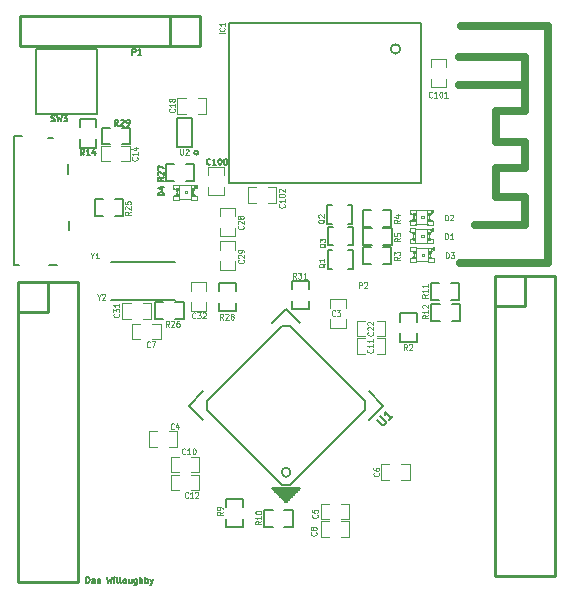
<source format=gto>
%FSLAX46Y46*%
G04 Gerber Fmt 4.6, Leading zero omitted, Abs format (unit mm)*
G04 Created by KiCad (PCBNEW (2014-jul-16 BZR unknown)-product) date Thu 11 Sep 2014 01:41:01 PM MDT*
%MOMM*%
G01*
G04 APERTURE LIST*
%ADD10C,0.100000*%
%ADD11C,0.127000*%
%ADD12C,0.203200*%
%ADD13C,0.149860*%
%ADD14C,0.254000*%
%ADD15C,0.066040*%
%ADD16C,0.101600*%
%ADD17C,0.050800*%
%ADD18C,0.119380*%
%ADD19C,0.150000*%
%ADD20C,0.698500*%
%ADD21C,0.114300*%
G04 APERTURE END LIST*
D10*
D11*
X135613905Y-121369810D02*
X135613905Y-120861810D01*
X135734858Y-120861810D01*
X135807429Y-120886000D01*
X135855810Y-120934381D01*
X135880001Y-120982762D01*
X135904191Y-121079524D01*
X135904191Y-121152095D01*
X135880001Y-121248857D01*
X135855810Y-121297238D01*
X135807429Y-121345619D01*
X135734858Y-121369810D01*
X135613905Y-121369810D01*
X136339620Y-121369810D02*
X136339620Y-121103714D01*
X136315429Y-121055333D01*
X136267048Y-121031143D01*
X136170286Y-121031143D01*
X136121905Y-121055333D01*
X136339620Y-121345619D02*
X136291239Y-121369810D01*
X136170286Y-121369810D01*
X136121905Y-121345619D01*
X136097715Y-121297238D01*
X136097715Y-121248857D01*
X136121905Y-121200476D01*
X136170286Y-121176286D01*
X136291239Y-121176286D01*
X136339620Y-121152095D01*
X136581524Y-121031143D02*
X136581524Y-121369810D01*
X136581524Y-121079524D02*
X136605715Y-121055333D01*
X136654096Y-121031143D01*
X136726667Y-121031143D01*
X136775048Y-121055333D01*
X136799239Y-121103714D01*
X136799239Y-121369810D01*
X137379810Y-120861810D02*
X137500763Y-121369810D01*
X137597525Y-121006952D01*
X137694287Y-121369810D01*
X137815239Y-120861810D01*
X138008762Y-121369810D02*
X138008762Y-121031143D01*
X138008762Y-120861810D02*
X137984572Y-120886000D01*
X138008762Y-120910190D01*
X138032953Y-120886000D01*
X138008762Y-120861810D01*
X138008762Y-120910190D01*
X138323239Y-121369810D02*
X138274858Y-121345619D01*
X138250667Y-121297238D01*
X138250667Y-120861810D01*
X138589334Y-121369810D02*
X138540953Y-121345619D01*
X138516762Y-121297238D01*
X138516762Y-120861810D01*
X138855429Y-121369810D02*
X138807048Y-121345619D01*
X138782857Y-121321429D01*
X138758667Y-121273048D01*
X138758667Y-121127905D01*
X138782857Y-121079524D01*
X138807048Y-121055333D01*
X138855429Y-121031143D01*
X138928000Y-121031143D01*
X138976381Y-121055333D01*
X139000572Y-121079524D01*
X139024762Y-121127905D01*
X139024762Y-121273048D01*
X139000572Y-121321429D01*
X138976381Y-121345619D01*
X138928000Y-121369810D01*
X138855429Y-121369810D01*
X139460191Y-121031143D02*
X139460191Y-121369810D01*
X139242476Y-121031143D02*
X139242476Y-121297238D01*
X139266667Y-121345619D01*
X139315048Y-121369810D01*
X139387619Y-121369810D01*
X139436000Y-121345619D01*
X139460191Y-121321429D01*
X139919810Y-121031143D02*
X139919810Y-121442381D01*
X139895619Y-121490762D01*
X139871429Y-121514952D01*
X139823048Y-121539143D01*
X139750476Y-121539143D01*
X139702095Y-121514952D01*
X139919810Y-121345619D02*
X139871429Y-121369810D01*
X139774667Y-121369810D01*
X139726286Y-121345619D01*
X139702095Y-121321429D01*
X139677905Y-121273048D01*
X139677905Y-121127905D01*
X139702095Y-121079524D01*
X139726286Y-121055333D01*
X139774667Y-121031143D01*
X139871429Y-121031143D01*
X139919810Y-121055333D01*
X140161714Y-121369810D02*
X140161714Y-120861810D01*
X140379429Y-121369810D02*
X140379429Y-121103714D01*
X140355238Y-121055333D01*
X140306857Y-121031143D01*
X140234286Y-121031143D01*
X140185905Y-121055333D01*
X140161714Y-121079524D01*
X140621333Y-121369810D02*
X140621333Y-120861810D01*
X140621333Y-121055333D02*
X140669714Y-121031143D01*
X140766476Y-121031143D01*
X140814857Y-121055333D01*
X140839048Y-121079524D01*
X140863238Y-121127905D01*
X140863238Y-121273048D01*
X140839048Y-121321429D01*
X140814857Y-121345619D01*
X140766476Y-121369810D01*
X140669714Y-121369810D01*
X140621333Y-121345619D01*
X141032571Y-121031143D02*
X141153524Y-121369810D01*
X141274476Y-121031143D02*
X141153524Y-121369810D01*
X141105143Y-121490762D01*
X141080952Y-121514952D01*
X141032571Y-121539143D01*
D12*
X162200000Y-76150000D02*
G75*
G03X162200000Y-76150000I-400000J0D01*
G74*
G01*
X164000000Y-74000000D02*
X164000000Y-87500000D01*
X164000000Y-87500000D02*
X147700000Y-87500000D01*
X147700000Y-87500000D02*
X147700000Y-74000000D01*
X147700000Y-74000000D02*
X164000000Y-74000000D01*
D13*
X152467086Y-114485749D02*
X152607178Y-114485749D01*
X152749066Y-114343861D02*
X152325198Y-114343861D01*
X152185106Y-114203769D02*
X152889158Y-114203769D01*
X153031046Y-114061881D02*
X152043218Y-114061881D01*
X151901330Y-113919993D02*
X153172934Y-113919993D01*
X153314822Y-113778105D02*
X151759442Y-113778105D01*
X151619350Y-113638013D02*
X153454914Y-113638013D01*
X153596802Y-113496125D02*
X151477462Y-113496125D01*
X153738690Y-113354237D02*
X152537132Y-114555795D01*
X152537132Y-114555795D02*
X151335574Y-113354237D01*
X151335574Y-113354237D02*
X153738690Y-113354237D01*
X159536344Y-105153467D02*
X160737902Y-106355025D01*
X160737902Y-106355025D02*
X159536344Y-107556584D01*
X151335574Y-99355814D02*
X152537132Y-98154255D01*
X152537132Y-98154255D02*
X153738690Y-99355814D01*
X145537920Y-107556584D02*
X144336362Y-106355025D01*
X144336362Y-106355025D02*
X145537920Y-105153467D01*
D11*
X159254364Y-106714235D02*
X152896342Y-113072257D01*
X159254364Y-105995815D02*
X152896342Y-99637794D01*
X145819900Y-105995815D02*
X152177922Y-99637794D01*
X152177922Y-113072257D02*
X145819900Y-106714235D01*
X152918132Y-111994626D02*
G75*
G03X152918132Y-111994626I-381000J0D01*
G74*
G01*
X152896342Y-113072257D02*
X152177922Y-113072257D01*
X159254364Y-105995815D02*
X159254364Y-106714235D01*
X152177922Y-99637794D02*
X152896342Y-99637794D01*
X145819900Y-106714235D02*
X145819900Y-105995815D01*
D14*
X134900000Y-121320000D02*
X134900000Y-95920000D01*
X129820000Y-98460000D02*
X129820000Y-121320000D01*
X134900000Y-121320000D02*
X129820000Y-121320000D01*
X134900000Y-95920000D02*
X132360000Y-95920000D01*
X129820000Y-95920000D02*
X129820000Y-98460000D01*
X132360000Y-95920000D02*
X132360000Y-98460000D01*
X132360000Y-98460000D02*
X129820000Y-98460000D01*
X129820000Y-95920000D02*
X132360000Y-95920000D01*
X175315000Y-120775000D02*
X175315000Y-95375000D01*
X170235000Y-97915000D02*
X170235000Y-120775000D01*
X175315000Y-120775000D02*
X170235000Y-120775000D01*
X175315000Y-95375000D02*
X172775000Y-95375000D01*
X170235000Y-95375000D02*
X170235000Y-97915000D01*
X172775000Y-95375000D02*
X172775000Y-97915000D01*
X172775000Y-97915000D02*
X170235000Y-97915000D01*
X170235000Y-95375000D02*
X172775000Y-95375000D01*
D15*
X144457840Y-88589720D02*
X144457840Y-88914840D01*
X144457840Y-88914840D02*
X144958220Y-88914840D01*
X144958220Y-88589720D02*
X144958220Y-88914840D01*
X144457840Y-88589720D02*
X144958220Y-88589720D01*
X144457840Y-87967420D02*
X144457840Y-88117280D01*
X144457840Y-88117280D02*
X144709300Y-88117280D01*
X144709300Y-87967420D02*
X144709300Y-88117280D01*
X144457840Y-87967420D02*
X144709300Y-87967420D01*
X144457840Y-88462720D02*
X144457840Y-88612580D01*
X144457840Y-88612580D02*
X144709300Y-88612580D01*
X144709300Y-88462720D02*
X144709300Y-88612580D01*
X144457840Y-88462720D02*
X144709300Y-88462720D01*
X144457840Y-88091880D02*
X144457840Y-88488120D01*
X144457840Y-88488120D02*
X144633100Y-88488120D01*
X144633100Y-88091880D02*
X144633100Y-88488120D01*
X144457840Y-88091880D02*
X144633100Y-88091880D01*
X142961780Y-88589720D02*
X142961780Y-88914840D01*
X142961780Y-88914840D02*
X143462160Y-88914840D01*
X143462160Y-88589720D02*
X143462160Y-88914840D01*
X142961780Y-88589720D02*
X143462160Y-88589720D01*
X142961780Y-87665160D02*
X142961780Y-87990280D01*
X142961780Y-87990280D02*
X143462160Y-87990280D01*
X143462160Y-87665160D02*
X143462160Y-87990280D01*
X142961780Y-87665160D02*
X143462160Y-87665160D01*
X143210700Y-88462720D02*
X143210700Y-88612580D01*
X143210700Y-88612580D02*
X143462160Y-88612580D01*
X143462160Y-88462720D02*
X143462160Y-88612580D01*
X143210700Y-88462720D02*
X143462160Y-88462720D01*
X143210700Y-87967420D02*
X143210700Y-88117280D01*
X143210700Y-88117280D02*
X143462160Y-88117280D01*
X143462160Y-87967420D02*
X143462160Y-88117280D01*
X143210700Y-87967420D02*
X143462160Y-87967420D01*
X143286900Y-88091880D02*
X143286900Y-88488120D01*
X143286900Y-88488120D02*
X143462160Y-88488120D01*
X143462160Y-88091880D02*
X143462160Y-88488120D01*
X143286900Y-88091880D02*
X143462160Y-88091880D01*
X143960000Y-88190940D02*
X143960000Y-88389060D01*
X143960000Y-88389060D02*
X144158120Y-88389060D01*
X144158120Y-88190940D02*
X144158120Y-88389060D01*
X143960000Y-88190940D02*
X144158120Y-88190940D01*
X144457840Y-87690560D02*
X144457840Y-87990280D01*
X144457840Y-87990280D02*
X144757560Y-87990280D01*
X144757560Y-87690560D02*
X144757560Y-87990280D01*
X144457840Y-87690560D02*
X144757560Y-87690560D01*
X144884560Y-87665160D02*
X144884560Y-87891220D01*
X144884560Y-87891220D02*
X144958220Y-87891220D01*
X144958220Y-87665160D02*
X144958220Y-87891220D01*
X144884560Y-87665160D02*
X144958220Y-87665160D01*
D16*
X144483240Y-88864040D02*
X143436760Y-88864040D01*
X143462160Y-87715960D02*
X144884560Y-87715960D01*
D17*
X144880202Y-87840420D02*
G75*
G03X144880202Y-87840420I-71842J0D01*
G74*
G01*
D16*
X144958220Y-87942020D02*
G75*
G03X144958220Y-88637980I0J-347980D01*
G74*
G01*
X142961780Y-88637980D02*
G75*
G03X142961780Y-87942020I0J347980D01*
G74*
G01*
D14*
X142700000Y-75890000D02*
X130000000Y-75890000D01*
X130000000Y-75890000D02*
X130000000Y-73350000D01*
X130000000Y-73350000D02*
X142700000Y-73350000D01*
X145240000Y-75890000D02*
X142700000Y-75890000D01*
X142700000Y-75890000D02*
X142700000Y-73350000D01*
X145240000Y-75890000D02*
X145240000Y-73350000D01*
X145240000Y-73350000D02*
X142700000Y-73350000D01*
D11*
X163618500Y-99239620D02*
X163618500Y-98533500D01*
X163618500Y-98533500D02*
X162221500Y-98533500D01*
X162221500Y-98533500D02*
X162221500Y-99239620D01*
X163618500Y-100946500D02*
X163618500Y-100240380D01*
X163618500Y-100946500D02*
X162221500Y-100946500D01*
X162221500Y-100946500D02*
X162221500Y-100240380D01*
X160750380Y-94323500D02*
X161456500Y-94323500D01*
X161456500Y-94323500D02*
X161456500Y-92926500D01*
X161456500Y-92926500D02*
X160750380Y-92926500D01*
X159043500Y-94323500D02*
X159749620Y-94323500D01*
X159043500Y-94323500D02*
X159043500Y-92926500D01*
X159043500Y-92926500D02*
X159749620Y-92926500D01*
X160750380Y-91198500D02*
X161456500Y-91198500D01*
X161456500Y-91198500D02*
X161456500Y-89801500D01*
X161456500Y-89801500D02*
X160750380Y-89801500D01*
X159043500Y-91198500D02*
X159749620Y-91198500D01*
X159043500Y-91198500D02*
X159043500Y-89801500D01*
X159043500Y-89801500D02*
X159749620Y-89801500D01*
X160780380Y-92748500D02*
X161486500Y-92748500D01*
X161486500Y-92748500D02*
X161486500Y-91351500D01*
X161486500Y-91351500D02*
X160780380Y-91351500D01*
X159073500Y-92748500D02*
X159779620Y-92748500D01*
X159073500Y-92748500D02*
X159073500Y-91351500D01*
X159073500Y-91351500D02*
X159779620Y-91351500D01*
X147451500Y-115950380D02*
X147451500Y-116656500D01*
X147451500Y-116656500D02*
X148848500Y-116656500D01*
X148848500Y-116656500D02*
X148848500Y-115950380D01*
X147451500Y-114243500D02*
X147451500Y-114949620D01*
X147451500Y-114243500D02*
X148848500Y-114243500D01*
X148848500Y-114243500D02*
X148848500Y-114949620D01*
X151399620Y-115201500D02*
X150693500Y-115201500D01*
X150693500Y-115201500D02*
X150693500Y-116598500D01*
X150693500Y-116598500D02*
X151399620Y-116598500D01*
X153106500Y-115201500D02*
X152400380Y-115201500D01*
X153106500Y-115201500D02*
X153106500Y-116598500D01*
X153106500Y-116598500D02*
X152400380Y-116598500D01*
X165499620Y-96001500D02*
X164793500Y-96001500D01*
X164793500Y-96001500D02*
X164793500Y-97398500D01*
X164793500Y-97398500D02*
X165499620Y-97398500D01*
X167206500Y-96001500D02*
X166500380Y-96001500D01*
X167206500Y-96001500D02*
X167206500Y-97398500D01*
X167206500Y-97398500D02*
X166500380Y-97398500D01*
X165549620Y-97751500D02*
X164843500Y-97751500D01*
X164843500Y-97751500D02*
X164843500Y-99148500D01*
X164843500Y-99148500D02*
X165549620Y-99148500D01*
X167256500Y-97751500D02*
X166550380Y-97751500D01*
X167256500Y-97751500D02*
X167256500Y-99148500D01*
X167256500Y-99148500D02*
X166550380Y-99148500D01*
X135061500Y-83800380D02*
X135061500Y-84506500D01*
X135061500Y-84506500D02*
X136458500Y-84506500D01*
X136458500Y-84506500D02*
X136458500Y-83800380D01*
X135061500Y-82093500D02*
X135061500Y-82799620D01*
X135061500Y-82093500D02*
X136458500Y-82093500D01*
X136458500Y-82093500D02*
X136458500Y-82799620D01*
X143150380Y-98988500D02*
X143856500Y-98988500D01*
X143856500Y-98988500D02*
X143856500Y-97591500D01*
X143856500Y-97591500D02*
X143150380Y-97591500D01*
X141443500Y-98988500D02*
X142149620Y-98988500D01*
X141443500Y-98988500D02*
X141443500Y-97591500D01*
X141443500Y-97591500D02*
X142149620Y-97591500D01*
X144060380Y-87328500D02*
X144766500Y-87328500D01*
X144766500Y-87328500D02*
X144766500Y-85931500D01*
X144766500Y-85931500D02*
X144060380Y-85931500D01*
X142353500Y-87328500D02*
X143059620Y-87328500D01*
X142353500Y-87328500D02*
X142353500Y-85931500D01*
X142353500Y-85931500D02*
X143059620Y-85931500D01*
X148268500Y-96669620D02*
X148268500Y-95963500D01*
X148268500Y-95963500D02*
X146871500Y-95963500D01*
X146871500Y-95963500D02*
X146871500Y-96669620D01*
X148268500Y-98376500D02*
X148268500Y-97670380D01*
X148268500Y-98376500D02*
X146871500Y-98376500D01*
X146871500Y-98376500D02*
X146871500Y-97670380D01*
X138620380Y-84208500D02*
X139326500Y-84208500D01*
X139326500Y-84208500D02*
X139326500Y-82811500D01*
X139326500Y-82811500D02*
X138620380Y-82811500D01*
X136913500Y-84208500D02*
X137619620Y-84208500D01*
X136913500Y-84208500D02*
X136913500Y-82811500D01*
X136913500Y-82811500D02*
X137619620Y-82811500D01*
X154448500Y-96499620D02*
X154448500Y-95793500D01*
X154448500Y-95793500D02*
X153051500Y-95793500D01*
X153051500Y-95793500D02*
X153051500Y-96499620D01*
X154448500Y-98206500D02*
X154448500Y-97500380D01*
X154448500Y-98206500D02*
X153051500Y-98206500D01*
X153051500Y-98206500D02*
X153051500Y-97500380D01*
D18*
X156269760Y-99050380D02*
X156269760Y-99748880D01*
X156269760Y-98049620D02*
X156269760Y-97351120D01*
X157570240Y-99050380D02*
X157570240Y-99748880D01*
X157570240Y-97351120D02*
X157570240Y-98049620D01*
X157555000Y-99748880D02*
X156285000Y-99748880D01*
X156285000Y-97351120D02*
X157555000Y-97351120D01*
X141609620Y-108539760D02*
X140911120Y-108539760D01*
X142610380Y-108539760D02*
X143308880Y-108539760D01*
X141609620Y-109840240D02*
X140911120Y-109840240D01*
X143308880Y-109840240D02*
X142610380Y-109840240D01*
X140911120Y-109825000D02*
X140911120Y-108555000D01*
X143308880Y-108555000D02*
X143308880Y-109825000D01*
X157170380Y-115990240D02*
X157868880Y-115990240D01*
X156169620Y-115990240D02*
X155471120Y-115990240D01*
X157170380Y-114689760D02*
X157868880Y-114689760D01*
X155471120Y-114689760D02*
X156169620Y-114689760D01*
X157868880Y-114705000D02*
X157868880Y-115975000D01*
X155471120Y-115975000D02*
X155471120Y-114705000D01*
X162290380Y-112630240D02*
X162988880Y-112630240D01*
X161289620Y-112630240D02*
X160591120Y-112630240D01*
X162290380Y-111329760D02*
X162988880Y-111329760D01*
X160591120Y-111329760D02*
X161289620Y-111329760D01*
X162988880Y-111345000D02*
X162988880Y-112615000D01*
X160591120Y-112615000D02*
X160591120Y-111345000D01*
X140209620Y-99449760D02*
X139511120Y-99449760D01*
X141210380Y-99449760D02*
X141908880Y-99449760D01*
X140209620Y-100750240D02*
X139511120Y-100750240D01*
X141908880Y-100750240D02*
X141210380Y-100750240D01*
X139511120Y-100735000D02*
X139511120Y-99465000D01*
X141908880Y-99465000D02*
X141908880Y-100735000D01*
X157190380Y-117440240D02*
X157888880Y-117440240D01*
X156189620Y-117440240D02*
X155491120Y-117440240D01*
X157190380Y-116139760D02*
X157888880Y-116139760D01*
X155491120Y-116139760D02*
X156189620Y-116139760D01*
X157888880Y-116155000D02*
X157888880Y-117425000D01*
X155491120Y-117425000D02*
X155491120Y-116155000D01*
X143499620Y-110699760D02*
X142801120Y-110699760D01*
X144500380Y-110699760D02*
X145198880Y-110699760D01*
X143499620Y-112000240D02*
X142801120Y-112000240D01*
X145198880Y-112000240D02*
X144500380Y-112000240D01*
X142801120Y-111985000D02*
X142801120Y-110715000D01*
X145198880Y-110715000D02*
X145198880Y-111985000D01*
X160210380Y-101950240D02*
X160908880Y-101950240D01*
X159209620Y-101950240D02*
X158511120Y-101950240D01*
X160210380Y-100649760D02*
X160908880Y-100649760D01*
X158511120Y-100649760D02*
X159209620Y-100649760D01*
X160908880Y-100665000D02*
X160908880Y-101935000D01*
X158511120Y-101935000D02*
X158511120Y-100665000D01*
X143499620Y-112199760D02*
X142801120Y-112199760D01*
X144500380Y-112199760D02*
X145198880Y-112199760D01*
X143499620Y-113500240D02*
X142801120Y-113500240D01*
X145198880Y-113500240D02*
X144500380Y-113500240D01*
X142801120Y-113485000D02*
X142801120Y-112215000D01*
X145198880Y-112215000D02*
X145198880Y-113485000D01*
X137599620Y-84359760D02*
X136901120Y-84359760D01*
X138600380Y-84359760D02*
X139298880Y-84359760D01*
X137599620Y-85660240D02*
X136901120Y-85660240D01*
X139298880Y-85660240D02*
X138600380Y-85660240D01*
X136901120Y-85645000D02*
X136901120Y-84375000D01*
X139298880Y-84375000D02*
X139298880Y-85645000D01*
X144039620Y-80339760D02*
X143341120Y-80339760D01*
X145040380Y-80339760D02*
X145738880Y-80339760D01*
X144039620Y-81640240D02*
X143341120Y-81640240D01*
X145738880Y-81640240D02*
X145040380Y-81640240D01*
X143341120Y-81625000D02*
X143341120Y-80355000D01*
X145738880Y-80355000D02*
X145738880Y-81625000D01*
X160200380Y-100490240D02*
X160898880Y-100490240D01*
X159199620Y-100490240D02*
X158501120Y-100490240D01*
X160200380Y-99189760D02*
X160898880Y-99189760D01*
X158501120Y-99189760D02*
X159199620Y-99189760D01*
X160898880Y-99205000D02*
X160898880Y-100475000D01*
X158501120Y-100475000D02*
X158501120Y-99205000D01*
X146949760Y-91300380D02*
X146949760Y-91998880D01*
X146949760Y-90299620D02*
X146949760Y-89601120D01*
X148250240Y-91300380D02*
X148250240Y-91998880D01*
X148250240Y-89601120D02*
X148250240Y-90299620D01*
X148235000Y-91998880D02*
X146965000Y-91998880D01*
X146965000Y-89601120D02*
X148235000Y-89601120D01*
X146949760Y-94150380D02*
X146949760Y-94848880D01*
X146949760Y-93149620D02*
X146949760Y-92451120D01*
X148250240Y-94150380D02*
X148250240Y-94848880D01*
X148250240Y-92451120D02*
X148250240Y-93149620D01*
X148235000Y-94848880D02*
X146965000Y-94848880D01*
X146965000Y-92451120D02*
X148235000Y-92451120D01*
X139379620Y-97689760D02*
X138681120Y-97689760D01*
X140380380Y-97689760D02*
X141078880Y-97689760D01*
X139379620Y-98990240D02*
X138681120Y-98990240D01*
X141078880Y-98990240D02*
X140380380Y-98990240D01*
X138681120Y-98975000D02*
X138681120Y-97705000D01*
X141078880Y-97705000D02*
X141078880Y-98975000D01*
X145790240Y-96609620D02*
X145790240Y-95911120D01*
X145790240Y-97610380D02*
X145790240Y-98308880D01*
X144489760Y-96609620D02*
X144489760Y-95911120D01*
X144489760Y-98308880D02*
X144489760Y-97610380D01*
X144505000Y-95911120D02*
X145775000Y-95911120D01*
X145775000Y-98308880D02*
X144505000Y-98308880D01*
D15*
X164487840Y-92279720D02*
X164487840Y-92604840D01*
X164487840Y-92604840D02*
X164988220Y-92604840D01*
X164988220Y-92279720D02*
X164988220Y-92604840D01*
X164487840Y-92279720D02*
X164988220Y-92279720D01*
X164487840Y-91657420D02*
X164487840Y-91807280D01*
X164487840Y-91807280D02*
X164739300Y-91807280D01*
X164739300Y-91657420D02*
X164739300Y-91807280D01*
X164487840Y-91657420D02*
X164739300Y-91657420D01*
X164487840Y-92152720D02*
X164487840Y-92302580D01*
X164487840Y-92302580D02*
X164739300Y-92302580D01*
X164739300Y-92152720D02*
X164739300Y-92302580D01*
X164487840Y-92152720D02*
X164739300Y-92152720D01*
X164487840Y-91781880D02*
X164487840Y-92178120D01*
X164487840Y-92178120D02*
X164663100Y-92178120D01*
X164663100Y-91781880D02*
X164663100Y-92178120D01*
X164487840Y-91781880D02*
X164663100Y-91781880D01*
X162991780Y-92279720D02*
X162991780Y-92604840D01*
X162991780Y-92604840D02*
X163492160Y-92604840D01*
X163492160Y-92279720D02*
X163492160Y-92604840D01*
X162991780Y-92279720D02*
X163492160Y-92279720D01*
X162991780Y-91355160D02*
X162991780Y-91680280D01*
X162991780Y-91680280D02*
X163492160Y-91680280D01*
X163492160Y-91355160D02*
X163492160Y-91680280D01*
X162991780Y-91355160D02*
X163492160Y-91355160D01*
X163240700Y-92152720D02*
X163240700Y-92302580D01*
X163240700Y-92302580D02*
X163492160Y-92302580D01*
X163492160Y-92152720D02*
X163492160Y-92302580D01*
X163240700Y-92152720D02*
X163492160Y-92152720D01*
X163240700Y-91657420D02*
X163240700Y-91807280D01*
X163240700Y-91807280D02*
X163492160Y-91807280D01*
X163492160Y-91657420D02*
X163492160Y-91807280D01*
X163240700Y-91657420D02*
X163492160Y-91657420D01*
X163316900Y-91781880D02*
X163316900Y-92178120D01*
X163316900Y-92178120D02*
X163492160Y-92178120D01*
X163492160Y-91781880D02*
X163492160Y-92178120D01*
X163316900Y-91781880D02*
X163492160Y-91781880D01*
X163990000Y-91880940D02*
X163990000Y-92079060D01*
X163990000Y-92079060D02*
X164188120Y-92079060D01*
X164188120Y-91880940D02*
X164188120Y-92079060D01*
X163990000Y-91880940D02*
X164188120Y-91880940D01*
X164487840Y-91380560D02*
X164487840Y-91680280D01*
X164487840Y-91680280D02*
X164787560Y-91680280D01*
X164787560Y-91380560D02*
X164787560Y-91680280D01*
X164487840Y-91380560D02*
X164787560Y-91380560D01*
X164914560Y-91355160D02*
X164914560Y-91581220D01*
X164914560Y-91581220D02*
X164988220Y-91581220D01*
X164988220Y-91355160D02*
X164988220Y-91581220D01*
X164914560Y-91355160D02*
X164988220Y-91355160D01*
D16*
X164513240Y-92554040D02*
X163466760Y-92554040D01*
X163492160Y-91405960D02*
X164914560Y-91405960D01*
D17*
X164910202Y-91530420D02*
G75*
G03X164910202Y-91530420I-71842J0D01*
G74*
G01*
D16*
X164988220Y-91632020D02*
G75*
G03X164988220Y-92327980I0J-347980D01*
G74*
G01*
X162991780Y-92327980D02*
G75*
G03X162991780Y-91632020I0J347980D01*
G74*
G01*
D15*
X164497840Y-90699720D02*
X164497840Y-91024840D01*
X164497840Y-91024840D02*
X164998220Y-91024840D01*
X164998220Y-90699720D02*
X164998220Y-91024840D01*
X164497840Y-90699720D02*
X164998220Y-90699720D01*
X164497840Y-90077420D02*
X164497840Y-90227280D01*
X164497840Y-90227280D02*
X164749300Y-90227280D01*
X164749300Y-90077420D02*
X164749300Y-90227280D01*
X164497840Y-90077420D02*
X164749300Y-90077420D01*
X164497840Y-90572720D02*
X164497840Y-90722580D01*
X164497840Y-90722580D02*
X164749300Y-90722580D01*
X164749300Y-90572720D02*
X164749300Y-90722580D01*
X164497840Y-90572720D02*
X164749300Y-90572720D01*
X164497840Y-90201880D02*
X164497840Y-90598120D01*
X164497840Y-90598120D02*
X164673100Y-90598120D01*
X164673100Y-90201880D02*
X164673100Y-90598120D01*
X164497840Y-90201880D02*
X164673100Y-90201880D01*
X163001780Y-90699720D02*
X163001780Y-91024840D01*
X163001780Y-91024840D02*
X163502160Y-91024840D01*
X163502160Y-90699720D02*
X163502160Y-91024840D01*
X163001780Y-90699720D02*
X163502160Y-90699720D01*
X163001780Y-89775160D02*
X163001780Y-90100280D01*
X163001780Y-90100280D02*
X163502160Y-90100280D01*
X163502160Y-89775160D02*
X163502160Y-90100280D01*
X163001780Y-89775160D02*
X163502160Y-89775160D01*
X163250700Y-90572720D02*
X163250700Y-90722580D01*
X163250700Y-90722580D02*
X163502160Y-90722580D01*
X163502160Y-90572720D02*
X163502160Y-90722580D01*
X163250700Y-90572720D02*
X163502160Y-90572720D01*
X163250700Y-90077420D02*
X163250700Y-90227280D01*
X163250700Y-90227280D02*
X163502160Y-90227280D01*
X163502160Y-90077420D02*
X163502160Y-90227280D01*
X163250700Y-90077420D02*
X163502160Y-90077420D01*
X163326900Y-90201880D02*
X163326900Y-90598120D01*
X163326900Y-90598120D02*
X163502160Y-90598120D01*
X163502160Y-90201880D02*
X163502160Y-90598120D01*
X163326900Y-90201880D02*
X163502160Y-90201880D01*
X164000000Y-90300940D02*
X164000000Y-90499060D01*
X164000000Y-90499060D02*
X164198120Y-90499060D01*
X164198120Y-90300940D02*
X164198120Y-90499060D01*
X164000000Y-90300940D02*
X164198120Y-90300940D01*
X164497840Y-89800560D02*
X164497840Y-90100280D01*
X164497840Y-90100280D02*
X164797560Y-90100280D01*
X164797560Y-89800560D02*
X164797560Y-90100280D01*
X164497840Y-89800560D02*
X164797560Y-89800560D01*
X164924560Y-89775160D02*
X164924560Y-90001220D01*
X164924560Y-90001220D02*
X164998220Y-90001220D01*
X164998220Y-89775160D02*
X164998220Y-90001220D01*
X164924560Y-89775160D02*
X164998220Y-89775160D01*
D16*
X164523240Y-90974040D02*
X163476760Y-90974040D01*
X163502160Y-89825960D02*
X164924560Y-89825960D01*
D17*
X164920202Y-89950420D02*
G75*
G03X164920202Y-89950420I-71842J0D01*
G74*
G01*
D16*
X164998220Y-90052020D02*
G75*
G03X164998220Y-90747980I0J-347980D01*
G74*
G01*
X163001780Y-90747980D02*
G75*
G03X163001780Y-90052020I0J347980D01*
G74*
G01*
D15*
X164547840Y-93874720D02*
X164547840Y-94199840D01*
X164547840Y-94199840D02*
X165048220Y-94199840D01*
X165048220Y-93874720D02*
X165048220Y-94199840D01*
X164547840Y-93874720D02*
X165048220Y-93874720D01*
X164547840Y-93252420D02*
X164547840Y-93402280D01*
X164547840Y-93402280D02*
X164799300Y-93402280D01*
X164799300Y-93252420D02*
X164799300Y-93402280D01*
X164547840Y-93252420D02*
X164799300Y-93252420D01*
X164547840Y-93747720D02*
X164547840Y-93897580D01*
X164547840Y-93897580D02*
X164799300Y-93897580D01*
X164799300Y-93747720D02*
X164799300Y-93897580D01*
X164547840Y-93747720D02*
X164799300Y-93747720D01*
X164547840Y-93376880D02*
X164547840Y-93773120D01*
X164547840Y-93773120D02*
X164723100Y-93773120D01*
X164723100Y-93376880D02*
X164723100Y-93773120D01*
X164547840Y-93376880D02*
X164723100Y-93376880D01*
X163051780Y-93874720D02*
X163051780Y-94199840D01*
X163051780Y-94199840D02*
X163552160Y-94199840D01*
X163552160Y-93874720D02*
X163552160Y-94199840D01*
X163051780Y-93874720D02*
X163552160Y-93874720D01*
X163051780Y-92950160D02*
X163051780Y-93275280D01*
X163051780Y-93275280D02*
X163552160Y-93275280D01*
X163552160Y-92950160D02*
X163552160Y-93275280D01*
X163051780Y-92950160D02*
X163552160Y-92950160D01*
X163300700Y-93747720D02*
X163300700Y-93897580D01*
X163300700Y-93897580D02*
X163552160Y-93897580D01*
X163552160Y-93747720D02*
X163552160Y-93897580D01*
X163300700Y-93747720D02*
X163552160Y-93747720D01*
X163300700Y-93252420D02*
X163300700Y-93402280D01*
X163300700Y-93402280D02*
X163552160Y-93402280D01*
X163552160Y-93252420D02*
X163552160Y-93402280D01*
X163300700Y-93252420D02*
X163552160Y-93252420D01*
X163376900Y-93376880D02*
X163376900Y-93773120D01*
X163376900Y-93773120D02*
X163552160Y-93773120D01*
X163552160Y-93376880D02*
X163552160Y-93773120D01*
X163376900Y-93376880D02*
X163552160Y-93376880D01*
X164050000Y-93475940D02*
X164050000Y-93674060D01*
X164050000Y-93674060D02*
X164248120Y-93674060D01*
X164248120Y-93475940D02*
X164248120Y-93674060D01*
X164050000Y-93475940D02*
X164248120Y-93475940D01*
X164547840Y-92975560D02*
X164547840Y-93275280D01*
X164547840Y-93275280D02*
X164847560Y-93275280D01*
X164847560Y-92975560D02*
X164847560Y-93275280D01*
X164547840Y-92975560D02*
X164847560Y-92975560D01*
X164974560Y-92950160D02*
X164974560Y-93176220D01*
X164974560Y-93176220D02*
X165048220Y-93176220D01*
X165048220Y-92950160D02*
X165048220Y-93176220D01*
X164974560Y-92950160D02*
X165048220Y-92950160D01*
D16*
X164573240Y-94149040D02*
X163526760Y-94149040D01*
X163552160Y-93000960D02*
X164974560Y-93000960D01*
D17*
X164970202Y-93125420D02*
G75*
G03X164970202Y-93125420I-71842J0D01*
G74*
G01*
D16*
X165048220Y-93227020D02*
G75*
G03X165048220Y-93922980I0J-347980D01*
G74*
G01*
X163051780Y-93922980D02*
G75*
G03X163051780Y-93227020I0J347980D01*
G74*
G01*
D19*
X157764000Y-93180000D02*
X158164000Y-93180000D01*
X158164000Y-93180000D02*
X158164000Y-94780000D01*
X158164000Y-94780000D02*
X157764000Y-94780000D01*
X156464000Y-93180000D02*
X156064000Y-93180000D01*
X156064000Y-93180000D02*
X156064000Y-94780000D01*
X156064000Y-94780000D02*
X156464000Y-94780000D01*
X157740000Y-89340000D02*
X158140000Y-89340000D01*
X158140000Y-89340000D02*
X158140000Y-90940000D01*
X158140000Y-90940000D02*
X157740000Y-90940000D01*
X156440000Y-89340000D02*
X156040000Y-89340000D01*
X156040000Y-89340000D02*
X156040000Y-90940000D01*
X156040000Y-90940000D02*
X156440000Y-90940000D01*
X157770000Y-91190000D02*
X158170000Y-91190000D01*
X158170000Y-91190000D02*
X158170000Y-92790000D01*
X158170000Y-92790000D02*
X157770000Y-92790000D01*
X156470000Y-91190000D02*
X156070000Y-91190000D01*
X156070000Y-91190000D02*
X156070000Y-92790000D01*
X156070000Y-92790000D02*
X156470000Y-92790000D01*
D18*
X147250240Y-86849620D02*
X147250240Y-86151120D01*
X147250240Y-87850380D02*
X147250240Y-88548880D01*
X145949760Y-86849620D02*
X145949760Y-86151120D01*
X145949760Y-88548880D02*
X145949760Y-87850380D01*
X145965000Y-86151120D02*
X147235000Y-86151120D01*
X147235000Y-88548880D02*
X145965000Y-88548880D01*
X166100240Y-77699620D02*
X166100240Y-77001120D01*
X166100240Y-78700380D02*
X166100240Y-79398880D01*
X164799760Y-77699620D02*
X164799760Y-77001120D01*
X164799760Y-79398880D02*
X164799760Y-78700380D01*
X164815000Y-77001120D02*
X166085000Y-77001120D01*
X166085000Y-79398880D02*
X164815000Y-79398880D01*
X151000380Y-89175240D02*
X151698880Y-89175240D01*
X149999620Y-89175240D02*
X149301120Y-89175240D01*
X151000380Y-87874760D02*
X151698880Y-87874760D01*
X149301120Y-87874760D02*
X149999620Y-87874760D01*
X151698880Y-87890000D02*
X151698880Y-89160000D01*
X149301120Y-89160000D02*
X149301120Y-87890000D01*
D20*
X174740000Y-94250000D02*
X167240000Y-94250000D01*
X174740000Y-94250000D02*
X174740000Y-74250000D01*
X167339340Y-74250900D02*
X174740900Y-74250900D01*
X167141220Y-79250000D02*
X172739380Y-79250000D01*
X170339080Y-88650540D02*
X172739380Y-88650540D01*
X167141220Y-76849700D02*
X172739380Y-76849700D01*
X172739380Y-76849700D02*
X172739380Y-81449640D01*
X172739380Y-81449640D02*
X170339080Y-81449640D01*
X170339080Y-81449640D02*
X170339080Y-83849940D01*
X170339080Y-83849940D02*
X170339080Y-84050600D01*
X170339080Y-84050600D02*
X172739380Y-84050600D01*
X172739380Y-84050600D02*
X172739380Y-86250240D01*
X172739380Y-86250240D02*
X170339080Y-86250240D01*
X170339080Y-86250240D02*
X170339080Y-88650540D01*
X172739380Y-88650540D02*
X172739380Y-91050840D01*
X172739380Y-91050840D02*
X168540760Y-91050840D01*
D19*
X134140000Y-90720000D02*
X134140000Y-91520000D01*
X134040000Y-85920000D02*
X134040000Y-86720000D01*
X132440000Y-94420000D02*
X133140000Y-94420000D01*
X129540000Y-94420000D02*
X129940000Y-94420000D01*
X129540000Y-83520000D02*
X129540000Y-94420000D01*
X130140000Y-83520000D02*
X129540000Y-83520000D01*
X132840000Y-83720000D02*
X132340000Y-83720000D01*
X137730000Y-97380000D02*
X143130000Y-97380000D01*
X137730000Y-94180000D02*
X143130000Y-94180000D01*
X145110278Y-84930000D02*
G75*
G03X145110278Y-84930000I-180278J0D01*
G74*
G01*
X143280000Y-84480000D02*
X144580000Y-84480000D01*
X144580000Y-84480000D02*
X144580000Y-82030000D01*
X144580000Y-82030000D02*
X143330000Y-82030000D01*
X143330000Y-82030000D02*
X143280000Y-82030000D01*
X143280000Y-82030000D02*
X143280000Y-84480000D01*
X131400000Y-76140000D02*
X136500000Y-76140000D01*
X136500000Y-76140000D02*
X136500000Y-81640000D01*
X136500000Y-81640000D02*
X131400000Y-81640000D01*
X131400000Y-81590000D02*
X131400000Y-76190000D01*
D11*
X137049620Y-88891500D02*
X136343500Y-88891500D01*
X136343500Y-88891500D02*
X136343500Y-90288500D01*
X136343500Y-90288500D02*
X137049620Y-90288500D01*
X138756500Y-88891500D02*
X138050380Y-88891500D01*
X138756500Y-88891500D02*
X138756500Y-90288500D01*
X138756500Y-90288500D02*
X138050380Y-90288500D01*
D21*
X136142286Y-93679114D02*
X136142286Y-93896829D01*
X135989886Y-93439629D02*
X136142286Y-93679114D01*
X136294686Y-93439629D01*
X136686572Y-93896829D02*
X136425315Y-93896829D01*
X136555943Y-93896829D02*
X136555943Y-93439629D01*
X136512400Y-93504943D01*
X136468858Y-93548486D01*
X136425315Y-93570257D01*
X147336829Y-74836314D02*
X146879629Y-74836314D01*
X147293286Y-74357343D02*
X147315057Y-74379114D01*
X147336829Y-74444428D01*
X147336829Y-74487971D01*
X147315057Y-74553286D01*
X147271514Y-74596828D01*
X147227971Y-74618600D01*
X147140886Y-74640371D01*
X147075571Y-74640371D01*
X146988486Y-74618600D01*
X146944943Y-74596828D01*
X146901400Y-74553286D01*
X146879629Y-74487971D01*
X146879629Y-74444428D01*
X146901400Y-74379114D01*
X146923171Y-74357343D01*
X147336829Y-73921914D02*
X147336829Y-74183171D01*
X147336829Y-74052543D02*
X146879629Y-74052543D01*
X146944943Y-74096086D01*
X146988486Y-74139628D01*
X147010257Y-74183171D01*
D13*
X160216168Y-107553536D02*
X160645082Y-107982450D01*
X160720773Y-108007680D01*
X160771234Y-108007680D01*
X160846925Y-107982450D01*
X160947845Y-107881529D01*
X160973075Y-107805839D01*
X160973075Y-107755378D01*
X160947845Y-107679687D01*
X160518931Y-107250773D01*
X161578601Y-107250773D02*
X161275839Y-107553536D01*
X161427220Y-107402154D02*
X160897385Y-106872319D01*
X160922615Y-106998471D01*
X160922615Y-107099392D01*
X160897385Y-107175082D01*
D11*
X142209810Y-88564953D02*
X141701810Y-88564953D01*
X141701810Y-88444000D01*
X141726000Y-88371429D01*
X141774381Y-88323048D01*
X141822762Y-88298857D01*
X141919524Y-88274667D01*
X141992095Y-88274667D01*
X142088857Y-88298857D01*
X142137238Y-88323048D01*
X142185619Y-88371429D01*
X142209810Y-88444000D01*
X142209810Y-88564953D01*
X141871143Y-87839238D02*
X142209810Y-87839238D01*
X141677619Y-87960191D02*
X142040476Y-88081143D01*
X142040476Y-87766667D01*
X139515047Y-76629810D02*
X139515047Y-76121810D01*
X139708571Y-76121810D01*
X139756952Y-76146000D01*
X139781143Y-76170190D01*
X139805333Y-76218571D01*
X139805333Y-76291143D01*
X139781143Y-76339524D01*
X139756952Y-76363714D01*
X139708571Y-76387905D01*
X139515047Y-76387905D01*
X140289143Y-76629810D02*
X139998857Y-76629810D01*
X140144000Y-76629810D02*
X140144000Y-76121810D01*
X140095619Y-76194381D01*
X140047238Y-76242762D01*
X139998857Y-76266952D01*
D21*
X162763800Y-101636362D02*
X162611400Y-101398086D01*
X162502543Y-101636362D02*
X162502543Y-101135982D01*
X162676715Y-101135982D01*
X162720257Y-101159810D01*
X162742029Y-101183638D01*
X162763800Y-101231293D01*
X162763800Y-101302776D01*
X162742029Y-101350431D01*
X162720257Y-101374259D01*
X162676715Y-101398086D01*
X162502543Y-101398086D01*
X162937972Y-101183638D02*
X162959743Y-101159810D01*
X163003286Y-101135982D01*
X163112143Y-101135982D01*
X163155686Y-101159810D01*
X163177457Y-101183638D01*
X163199229Y-101231293D01*
X163199229Y-101278948D01*
X163177457Y-101350431D01*
X162916200Y-101636362D01*
X163199229Y-101636362D01*
X162176362Y-93751200D02*
X161938086Y-93903600D01*
X162176362Y-94012457D02*
X161675982Y-94012457D01*
X161675982Y-93838285D01*
X161699810Y-93794743D01*
X161723638Y-93772971D01*
X161771293Y-93751200D01*
X161842776Y-93751200D01*
X161890431Y-93772971D01*
X161914259Y-93794743D01*
X161938086Y-93838285D01*
X161938086Y-94012457D01*
X161675982Y-93598800D02*
X161675982Y-93315771D01*
X161866603Y-93468171D01*
X161866603Y-93402857D01*
X161890431Y-93359314D01*
X161914259Y-93337543D01*
X161961914Y-93315771D01*
X162081052Y-93315771D01*
X162128707Y-93337543D01*
X162152535Y-93359314D01*
X162176362Y-93402857D01*
X162176362Y-93533485D01*
X162152535Y-93577028D01*
X162128707Y-93598800D01*
X162176362Y-90626200D02*
X161938086Y-90778600D01*
X162176362Y-90887457D02*
X161675982Y-90887457D01*
X161675982Y-90713285D01*
X161699810Y-90669743D01*
X161723638Y-90647971D01*
X161771293Y-90626200D01*
X161842776Y-90626200D01*
X161890431Y-90647971D01*
X161914259Y-90669743D01*
X161938086Y-90713285D01*
X161938086Y-90887457D01*
X161842776Y-90234314D02*
X162176362Y-90234314D01*
X161652155Y-90343171D02*
X162009569Y-90452028D01*
X162009569Y-90169000D01*
X162206362Y-92176200D02*
X161968086Y-92328600D01*
X162206362Y-92437457D02*
X161705982Y-92437457D01*
X161705982Y-92263285D01*
X161729810Y-92219743D01*
X161753638Y-92197971D01*
X161801293Y-92176200D01*
X161872776Y-92176200D01*
X161920431Y-92197971D01*
X161944259Y-92219743D01*
X161968086Y-92263285D01*
X161968086Y-92437457D01*
X161705982Y-91762543D02*
X161705982Y-91980257D01*
X161944259Y-92002028D01*
X161920431Y-91980257D01*
X161896603Y-91936714D01*
X161896603Y-91827857D01*
X161920431Y-91784314D01*
X161944259Y-91762543D01*
X161991914Y-91740771D01*
X162111052Y-91740771D01*
X162158707Y-91762543D01*
X162182535Y-91784314D01*
X162206362Y-91827857D01*
X162206362Y-91936714D01*
X162182535Y-91980257D01*
X162158707Y-92002028D01*
X147166362Y-115356200D02*
X146928086Y-115508600D01*
X147166362Y-115617457D02*
X146665982Y-115617457D01*
X146665982Y-115443285D01*
X146689810Y-115399743D01*
X146713638Y-115377971D01*
X146761293Y-115356200D01*
X146832776Y-115356200D01*
X146880431Y-115377971D01*
X146904259Y-115399743D01*
X146928086Y-115443285D01*
X146928086Y-115617457D01*
X147166362Y-115138485D02*
X147166362Y-115051400D01*
X147142535Y-115007857D01*
X147118707Y-114986085D01*
X147047224Y-114942543D01*
X146951914Y-114920771D01*
X146761293Y-114920771D01*
X146713638Y-114942543D01*
X146689810Y-114964314D01*
X146665982Y-115007857D01*
X146665982Y-115094943D01*
X146689810Y-115138485D01*
X146713638Y-115160257D01*
X146761293Y-115182028D01*
X146880431Y-115182028D01*
X146928086Y-115160257D01*
X146951914Y-115138485D01*
X146975741Y-115094943D01*
X146975741Y-115007857D01*
X146951914Y-114964314D01*
X146928086Y-114942543D01*
X146880431Y-114920771D01*
X150426362Y-116143915D02*
X150188086Y-116296315D01*
X150426362Y-116405172D02*
X149925982Y-116405172D01*
X149925982Y-116231000D01*
X149949810Y-116187458D01*
X149973638Y-116165686D01*
X150021293Y-116143915D01*
X150092776Y-116143915D01*
X150140431Y-116165686D01*
X150164259Y-116187458D01*
X150188086Y-116231000D01*
X150188086Y-116405172D01*
X150426362Y-115708486D02*
X150426362Y-115969743D01*
X150426362Y-115839115D02*
X149925982Y-115839115D01*
X149997465Y-115882658D01*
X150045120Y-115926200D01*
X150068948Y-115969743D01*
X149925982Y-115425457D02*
X149925982Y-115381914D01*
X149949810Y-115338371D01*
X149973638Y-115316600D01*
X150021293Y-115294829D01*
X150116603Y-115273057D01*
X150235741Y-115273057D01*
X150331052Y-115294829D01*
X150378707Y-115316600D01*
X150402535Y-115338371D01*
X150426362Y-115381914D01*
X150426362Y-115425457D01*
X150402535Y-115469000D01*
X150378707Y-115490771D01*
X150331052Y-115512543D01*
X150235741Y-115534314D01*
X150116603Y-115534314D01*
X150021293Y-115512543D01*
X149973638Y-115490771D01*
X149949810Y-115469000D01*
X149925982Y-115425457D01*
X164526362Y-96943915D02*
X164288086Y-97096315D01*
X164526362Y-97205172D02*
X164025982Y-97205172D01*
X164025982Y-97031000D01*
X164049810Y-96987458D01*
X164073638Y-96965686D01*
X164121293Y-96943915D01*
X164192776Y-96943915D01*
X164240431Y-96965686D01*
X164264259Y-96987458D01*
X164288086Y-97031000D01*
X164288086Y-97205172D01*
X164526362Y-96508486D02*
X164526362Y-96769743D01*
X164526362Y-96639115D02*
X164025982Y-96639115D01*
X164097465Y-96682658D01*
X164145120Y-96726200D01*
X164168948Y-96769743D01*
X164526362Y-96073057D02*
X164526362Y-96334314D01*
X164526362Y-96203686D02*
X164025982Y-96203686D01*
X164097465Y-96247229D01*
X164145120Y-96290771D01*
X164168948Y-96334314D01*
X164576362Y-98693915D02*
X164338086Y-98846315D01*
X164576362Y-98955172D02*
X164075982Y-98955172D01*
X164075982Y-98781000D01*
X164099810Y-98737458D01*
X164123638Y-98715686D01*
X164171293Y-98693915D01*
X164242776Y-98693915D01*
X164290431Y-98715686D01*
X164314259Y-98737458D01*
X164338086Y-98781000D01*
X164338086Y-98955172D01*
X164576362Y-98258486D02*
X164576362Y-98519743D01*
X164576362Y-98389115D02*
X164075982Y-98389115D01*
X164147465Y-98432658D01*
X164195120Y-98476200D01*
X164218948Y-98519743D01*
X164123638Y-98084314D02*
X164099810Y-98062543D01*
X164075982Y-98019000D01*
X164075982Y-97910143D01*
X164099810Y-97866600D01*
X164123638Y-97844829D01*
X164171293Y-97823057D01*
X164218948Y-97823057D01*
X164290431Y-97844829D01*
X164576362Y-98106086D01*
X164576362Y-97823057D01*
D11*
X135453428Y-85169810D02*
X135284095Y-84927905D01*
X135163142Y-85169810D02*
X135163142Y-84661810D01*
X135356666Y-84661810D01*
X135405047Y-84686000D01*
X135429238Y-84710190D01*
X135453428Y-84758571D01*
X135453428Y-84831143D01*
X135429238Y-84879524D01*
X135405047Y-84903714D01*
X135356666Y-84927905D01*
X135163142Y-84927905D01*
X135937238Y-85169810D02*
X135646952Y-85169810D01*
X135792095Y-85169810D02*
X135792095Y-84661810D01*
X135743714Y-84734381D01*
X135695333Y-84782762D01*
X135646952Y-84806952D01*
X136372667Y-84831143D02*
X136372667Y-85169810D01*
X136251714Y-84637619D02*
X136130762Y-85000476D01*
X136445238Y-85000476D01*
D21*
X142646085Y-99676362D02*
X142493685Y-99438086D01*
X142384828Y-99676362D02*
X142384828Y-99175982D01*
X142559000Y-99175982D01*
X142602542Y-99199810D01*
X142624314Y-99223638D01*
X142646085Y-99271293D01*
X142646085Y-99342776D01*
X142624314Y-99390431D01*
X142602542Y-99414259D01*
X142559000Y-99438086D01*
X142384828Y-99438086D01*
X142820257Y-99223638D02*
X142842028Y-99199810D01*
X142885571Y-99175982D01*
X142994428Y-99175982D01*
X143037971Y-99199810D01*
X143059742Y-99223638D01*
X143081514Y-99271293D01*
X143081514Y-99318948D01*
X143059742Y-99390431D01*
X142798485Y-99676362D01*
X143081514Y-99676362D01*
X143473400Y-99175982D02*
X143386314Y-99175982D01*
X143342771Y-99199810D01*
X143321000Y-99223638D01*
X143277457Y-99295120D01*
X143255686Y-99390431D01*
X143255686Y-99581052D01*
X143277457Y-99628707D01*
X143299229Y-99652535D01*
X143342771Y-99676362D01*
X143429857Y-99676362D01*
X143473400Y-99652535D01*
X143495171Y-99628707D01*
X143516943Y-99581052D01*
X143516943Y-99461914D01*
X143495171Y-99414259D01*
X143473400Y-99390431D01*
X143429857Y-99366603D01*
X143342771Y-99366603D01*
X143299229Y-99390431D01*
X143277457Y-99414259D01*
X143255686Y-99461914D01*
D11*
X142159810Y-87026572D02*
X141917905Y-87195905D01*
X142159810Y-87316858D02*
X141651810Y-87316858D01*
X141651810Y-87123334D01*
X141676000Y-87074953D01*
X141700190Y-87050762D01*
X141748571Y-87026572D01*
X141821143Y-87026572D01*
X141869524Y-87050762D01*
X141893714Y-87074953D01*
X141917905Y-87123334D01*
X141917905Y-87316858D01*
X141700190Y-86833048D02*
X141676000Y-86808858D01*
X141651810Y-86760477D01*
X141651810Y-86639524D01*
X141676000Y-86591143D01*
X141700190Y-86566953D01*
X141748571Y-86542762D01*
X141796952Y-86542762D01*
X141869524Y-86566953D01*
X142159810Y-86857239D01*
X142159810Y-86542762D01*
X141651810Y-86373429D02*
X141651810Y-86034762D01*
X142159810Y-86252476D01*
D21*
X147226085Y-99066362D02*
X147073685Y-98828086D01*
X146964828Y-99066362D02*
X146964828Y-98565982D01*
X147139000Y-98565982D01*
X147182542Y-98589810D01*
X147204314Y-98613638D01*
X147226085Y-98661293D01*
X147226085Y-98732776D01*
X147204314Y-98780431D01*
X147182542Y-98804259D01*
X147139000Y-98828086D01*
X146964828Y-98828086D01*
X147400257Y-98613638D02*
X147422028Y-98589810D01*
X147465571Y-98565982D01*
X147574428Y-98565982D01*
X147617971Y-98589810D01*
X147639742Y-98613638D01*
X147661514Y-98661293D01*
X147661514Y-98708948D01*
X147639742Y-98780431D01*
X147378485Y-99066362D01*
X147661514Y-99066362D01*
X147922771Y-98780431D02*
X147879229Y-98756603D01*
X147857457Y-98732776D01*
X147835686Y-98685120D01*
X147835686Y-98661293D01*
X147857457Y-98613638D01*
X147879229Y-98589810D01*
X147922771Y-98565982D01*
X148009857Y-98565982D01*
X148053400Y-98589810D01*
X148075171Y-98613638D01*
X148096943Y-98661293D01*
X148096943Y-98685120D01*
X148075171Y-98732776D01*
X148053400Y-98756603D01*
X148009857Y-98780431D01*
X147922771Y-98780431D01*
X147879229Y-98804259D01*
X147857457Y-98828086D01*
X147835686Y-98875741D01*
X147835686Y-98971052D01*
X147857457Y-99018707D01*
X147879229Y-99042535D01*
X147922771Y-99066362D01*
X148009857Y-99066362D01*
X148053400Y-99042535D01*
X148075171Y-99018707D01*
X148096943Y-98971052D01*
X148096943Y-98875741D01*
X148075171Y-98828086D01*
X148053400Y-98804259D01*
X148009857Y-98780431D01*
D11*
X138333428Y-82649810D02*
X138164095Y-82407905D01*
X138043142Y-82649810D02*
X138043142Y-82141810D01*
X138236666Y-82141810D01*
X138285047Y-82166000D01*
X138309238Y-82190190D01*
X138333428Y-82238571D01*
X138333428Y-82311143D01*
X138309238Y-82359524D01*
X138285047Y-82383714D01*
X138236666Y-82407905D01*
X138043142Y-82407905D01*
X138526952Y-82190190D02*
X138551142Y-82166000D01*
X138599523Y-82141810D01*
X138720476Y-82141810D01*
X138768857Y-82166000D01*
X138793047Y-82190190D01*
X138817238Y-82238571D01*
X138817238Y-82286952D01*
X138793047Y-82359524D01*
X138502761Y-82649810D01*
X138817238Y-82649810D01*
X139059143Y-82649810D02*
X139155905Y-82649810D01*
X139204286Y-82625619D01*
X139228476Y-82601429D01*
X139276857Y-82528857D01*
X139301048Y-82432095D01*
X139301048Y-82238571D01*
X139276857Y-82190190D01*
X139252667Y-82166000D01*
X139204286Y-82141810D01*
X139107524Y-82141810D01*
X139059143Y-82166000D01*
X139034952Y-82190190D01*
X139010762Y-82238571D01*
X139010762Y-82359524D01*
X139034952Y-82407905D01*
X139059143Y-82432095D01*
X139107524Y-82456286D01*
X139204286Y-82456286D01*
X139252667Y-82432095D01*
X139276857Y-82407905D01*
X139301048Y-82359524D01*
D21*
X153406085Y-95596362D02*
X153253685Y-95358086D01*
X153144828Y-95596362D02*
X153144828Y-95095982D01*
X153319000Y-95095982D01*
X153362542Y-95119810D01*
X153384314Y-95143638D01*
X153406085Y-95191293D01*
X153406085Y-95262776D01*
X153384314Y-95310431D01*
X153362542Y-95334259D01*
X153319000Y-95358086D01*
X153144828Y-95358086D01*
X153558485Y-95095982D02*
X153841514Y-95095982D01*
X153689114Y-95286603D01*
X153754428Y-95286603D01*
X153797971Y-95310431D01*
X153819742Y-95334259D01*
X153841514Y-95381914D01*
X153841514Y-95501052D01*
X153819742Y-95548707D01*
X153797971Y-95572535D01*
X153754428Y-95596362D01*
X153623800Y-95596362D01*
X153580257Y-95572535D01*
X153558485Y-95548707D01*
X154276943Y-95596362D02*
X154015686Y-95596362D01*
X154146314Y-95596362D02*
X154146314Y-95095982D01*
X154102771Y-95167465D01*
X154059229Y-95215120D01*
X154015686Y-95238948D01*
X156683800Y-98731429D02*
X156662029Y-98755619D01*
X156596715Y-98779810D01*
X156553172Y-98779810D01*
X156487857Y-98755619D01*
X156444315Y-98707238D01*
X156422543Y-98658857D01*
X156400772Y-98562095D01*
X156400772Y-98489524D01*
X156422543Y-98392762D01*
X156444315Y-98344381D01*
X156487857Y-98296000D01*
X156553172Y-98271810D01*
X156596715Y-98271810D01*
X156662029Y-98296000D01*
X156683800Y-98320190D01*
X156836200Y-98271810D02*
X157119229Y-98271810D01*
X156966829Y-98465333D01*
X157032143Y-98465333D01*
X157075686Y-98489524D01*
X157097457Y-98513714D01*
X157119229Y-98562095D01*
X157119229Y-98683048D01*
X157097457Y-98731429D01*
X157075686Y-98755619D01*
X157032143Y-98779810D01*
X156901515Y-98779810D01*
X156857972Y-98755619D01*
X156836200Y-98731429D01*
X143033800Y-108321429D02*
X143012029Y-108345619D01*
X142946715Y-108369810D01*
X142903172Y-108369810D01*
X142837857Y-108345619D01*
X142794315Y-108297238D01*
X142772543Y-108248857D01*
X142750772Y-108152095D01*
X142750772Y-108079524D01*
X142772543Y-107982762D01*
X142794315Y-107934381D01*
X142837857Y-107886000D01*
X142903172Y-107861810D01*
X142946715Y-107861810D01*
X143012029Y-107886000D01*
X143033800Y-107910190D01*
X143425686Y-108031143D02*
X143425686Y-108369810D01*
X143316829Y-107837619D02*
X143207972Y-108200476D01*
X143491000Y-108200476D01*
X155181429Y-115586200D02*
X155205619Y-115607971D01*
X155229810Y-115673285D01*
X155229810Y-115716828D01*
X155205619Y-115782143D01*
X155157238Y-115825685D01*
X155108857Y-115847457D01*
X155012095Y-115869228D01*
X154939524Y-115869228D01*
X154842762Y-115847457D01*
X154794381Y-115825685D01*
X154746000Y-115782143D01*
X154721810Y-115716828D01*
X154721810Y-115673285D01*
X154746000Y-115607971D01*
X154770190Y-115586200D01*
X154721810Y-115172543D02*
X154721810Y-115390257D01*
X154963714Y-115412028D01*
X154939524Y-115390257D01*
X154915333Y-115346714D01*
X154915333Y-115237857D01*
X154939524Y-115194314D01*
X154963714Y-115172543D01*
X155012095Y-115150771D01*
X155133048Y-115150771D01*
X155181429Y-115172543D01*
X155205619Y-115194314D01*
X155229810Y-115237857D01*
X155229810Y-115346714D01*
X155205619Y-115390257D01*
X155181429Y-115412028D01*
X160381429Y-112036200D02*
X160405619Y-112057971D01*
X160429810Y-112123285D01*
X160429810Y-112166828D01*
X160405619Y-112232143D01*
X160357238Y-112275685D01*
X160308857Y-112297457D01*
X160212095Y-112319228D01*
X160139524Y-112319228D01*
X160042762Y-112297457D01*
X159994381Y-112275685D01*
X159946000Y-112232143D01*
X159921810Y-112166828D01*
X159921810Y-112123285D01*
X159946000Y-112057971D01*
X159970190Y-112036200D01*
X159921810Y-111644314D02*
X159921810Y-111731400D01*
X159946000Y-111774943D01*
X159970190Y-111796714D01*
X160042762Y-111840257D01*
X160139524Y-111862028D01*
X160333048Y-111862028D01*
X160381429Y-111840257D01*
X160405619Y-111818485D01*
X160429810Y-111774943D01*
X160429810Y-111687857D01*
X160405619Y-111644314D01*
X160381429Y-111622543D01*
X160333048Y-111600771D01*
X160212095Y-111600771D01*
X160163714Y-111622543D01*
X160139524Y-111644314D01*
X160115333Y-111687857D01*
X160115333Y-111774943D01*
X160139524Y-111818485D01*
X160163714Y-111840257D01*
X160212095Y-111862028D01*
X141003800Y-101381429D02*
X140982029Y-101405619D01*
X140916715Y-101429810D01*
X140873172Y-101429810D01*
X140807857Y-101405619D01*
X140764315Y-101357238D01*
X140742543Y-101308857D01*
X140720772Y-101212095D01*
X140720772Y-101139524D01*
X140742543Y-101042762D01*
X140764315Y-100994381D01*
X140807857Y-100946000D01*
X140873172Y-100921810D01*
X140916715Y-100921810D01*
X140982029Y-100946000D01*
X141003800Y-100970190D01*
X141156200Y-100921810D02*
X141461000Y-100921810D01*
X141265057Y-101429810D01*
X155071429Y-117076200D02*
X155095619Y-117097971D01*
X155119810Y-117163285D01*
X155119810Y-117206828D01*
X155095619Y-117272143D01*
X155047238Y-117315685D01*
X154998857Y-117337457D01*
X154902095Y-117359228D01*
X154829524Y-117359228D01*
X154732762Y-117337457D01*
X154684381Y-117315685D01*
X154636000Y-117272143D01*
X154611810Y-117206828D01*
X154611810Y-117163285D01*
X154636000Y-117097971D01*
X154660190Y-117076200D01*
X154829524Y-116814943D02*
X154805333Y-116858485D01*
X154781143Y-116880257D01*
X154732762Y-116902028D01*
X154708571Y-116902028D01*
X154660190Y-116880257D01*
X154636000Y-116858485D01*
X154611810Y-116814943D01*
X154611810Y-116727857D01*
X154636000Y-116684314D01*
X154660190Y-116662543D01*
X154708571Y-116640771D01*
X154732762Y-116640771D01*
X154781143Y-116662543D01*
X154805333Y-116684314D01*
X154829524Y-116727857D01*
X154829524Y-116814943D01*
X154853714Y-116858485D01*
X154877905Y-116880257D01*
X154926286Y-116902028D01*
X155023048Y-116902028D01*
X155071429Y-116880257D01*
X155095619Y-116858485D01*
X155119810Y-116814943D01*
X155119810Y-116727857D01*
X155095619Y-116684314D01*
X155071429Y-116662543D01*
X155023048Y-116640771D01*
X154926286Y-116640771D01*
X154877905Y-116662543D01*
X154853714Y-116684314D01*
X154829524Y-116727857D01*
X144006085Y-110421429D02*
X143984314Y-110445619D01*
X143919000Y-110469810D01*
X143875457Y-110469810D01*
X143810142Y-110445619D01*
X143766600Y-110397238D01*
X143744828Y-110348857D01*
X143723057Y-110252095D01*
X143723057Y-110179524D01*
X143744828Y-110082762D01*
X143766600Y-110034381D01*
X143810142Y-109986000D01*
X143875457Y-109961810D01*
X143919000Y-109961810D01*
X143984314Y-109986000D01*
X144006085Y-110010190D01*
X144441514Y-110469810D02*
X144180257Y-110469810D01*
X144310885Y-110469810D02*
X144310885Y-109961810D01*
X144267342Y-110034381D01*
X144223800Y-110082762D01*
X144180257Y-110106952D01*
X144724543Y-109961810D02*
X144768086Y-109961810D01*
X144811629Y-109986000D01*
X144833400Y-110010190D01*
X144855171Y-110058571D01*
X144876943Y-110155333D01*
X144876943Y-110276286D01*
X144855171Y-110373048D01*
X144833400Y-110421429D01*
X144811629Y-110445619D01*
X144768086Y-110469810D01*
X144724543Y-110469810D01*
X144681000Y-110445619D01*
X144659229Y-110421429D01*
X144637457Y-110373048D01*
X144615686Y-110276286D01*
X144615686Y-110155333D01*
X144637457Y-110058571D01*
X144659229Y-110010190D01*
X144681000Y-109986000D01*
X144724543Y-109961810D01*
X159861429Y-101593915D02*
X159885619Y-101615686D01*
X159909810Y-101681000D01*
X159909810Y-101724543D01*
X159885619Y-101789858D01*
X159837238Y-101833400D01*
X159788857Y-101855172D01*
X159692095Y-101876943D01*
X159619524Y-101876943D01*
X159522762Y-101855172D01*
X159474381Y-101833400D01*
X159426000Y-101789858D01*
X159401810Y-101724543D01*
X159401810Y-101681000D01*
X159426000Y-101615686D01*
X159450190Y-101593915D01*
X159909810Y-101158486D02*
X159909810Y-101419743D01*
X159909810Y-101289115D02*
X159401810Y-101289115D01*
X159474381Y-101332658D01*
X159522762Y-101376200D01*
X159546952Y-101419743D01*
X159909810Y-100723057D02*
X159909810Y-100984314D01*
X159909810Y-100853686D02*
X159401810Y-100853686D01*
X159474381Y-100897229D01*
X159522762Y-100940771D01*
X159546952Y-100984314D01*
X144226085Y-114131429D02*
X144204314Y-114155619D01*
X144139000Y-114179810D01*
X144095457Y-114179810D01*
X144030142Y-114155619D01*
X143986600Y-114107238D01*
X143964828Y-114058857D01*
X143943057Y-113962095D01*
X143943057Y-113889524D01*
X143964828Y-113792762D01*
X143986600Y-113744381D01*
X144030142Y-113696000D01*
X144095457Y-113671810D01*
X144139000Y-113671810D01*
X144204314Y-113696000D01*
X144226085Y-113720190D01*
X144661514Y-114179810D02*
X144400257Y-114179810D01*
X144530885Y-114179810D02*
X144530885Y-113671810D01*
X144487342Y-113744381D01*
X144443800Y-113792762D01*
X144400257Y-113816952D01*
X144835686Y-113720190D02*
X144857457Y-113696000D01*
X144901000Y-113671810D01*
X145009857Y-113671810D01*
X145053400Y-113696000D01*
X145075171Y-113720190D01*
X145096943Y-113768571D01*
X145096943Y-113816952D01*
X145075171Y-113889524D01*
X144813914Y-114179810D01*
X145096943Y-114179810D01*
X139911429Y-85333915D02*
X139935619Y-85355686D01*
X139959810Y-85421000D01*
X139959810Y-85464543D01*
X139935619Y-85529858D01*
X139887238Y-85573400D01*
X139838857Y-85595172D01*
X139742095Y-85616943D01*
X139669524Y-85616943D01*
X139572762Y-85595172D01*
X139524381Y-85573400D01*
X139476000Y-85529858D01*
X139451810Y-85464543D01*
X139451810Y-85421000D01*
X139476000Y-85355686D01*
X139500190Y-85333915D01*
X139959810Y-84898486D02*
X139959810Y-85159743D01*
X139959810Y-85029115D02*
X139451810Y-85029115D01*
X139524381Y-85072658D01*
X139572762Y-85116200D01*
X139596952Y-85159743D01*
X139621143Y-84506600D02*
X139959810Y-84506600D01*
X139427619Y-84615457D02*
X139790476Y-84724314D01*
X139790476Y-84441286D01*
X143081429Y-81223915D02*
X143105619Y-81245686D01*
X143129810Y-81311000D01*
X143129810Y-81354543D01*
X143105619Y-81419858D01*
X143057238Y-81463400D01*
X143008857Y-81485172D01*
X142912095Y-81506943D01*
X142839524Y-81506943D01*
X142742762Y-81485172D01*
X142694381Y-81463400D01*
X142646000Y-81419858D01*
X142621810Y-81354543D01*
X142621810Y-81311000D01*
X142646000Y-81245686D01*
X142670190Y-81223915D01*
X143129810Y-80788486D02*
X143129810Y-81049743D01*
X143129810Y-80919115D02*
X142621810Y-80919115D01*
X142694381Y-80962658D01*
X142742762Y-81006200D01*
X142766952Y-81049743D01*
X142839524Y-80527229D02*
X142815333Y-80570771D01*
X142791143Y-80592543D01*
X142742762Y-80614314D01*
X142718571Y-80614314D01*
X142670190Y-80592543D01*
X142646000Y-80570771D01*
X142621810Y-80527229D01*
X142621810Y-80440143D01*
X142646000Y-80396600D01*
X142670190Y-80374829D01*
X142718571Y-80353057D01*
X142742762Y-80353057D01*
X142791143Y-80374829D01*
X142815333Y-80396600D01*
X142839524Y-80440143D01*
X142839524Y-80527229D01*
X142863714Y-80570771D01*
X142887905Y-80592543D01*
X142936286Y-80614314D01*
X143033048Y-80614314D01*
X143081429Y-80592543D01*
X143105619Y-80570771D01*
X143129810Y-80527229D01*
X143129810Y-80440143D01*
X143105619Y-80396600D01*
X143081429Y-80374829D01*
X143033048Y-80353057D01*
X142936286Y-80353057D01*
X142887905Y-80374829D01*
X142863714Y-80396600D01*
X142839524Y-80440143D01*
X159871429Y-100143915D02*
X159895619Y-100165686D01*
X159919810Y-100231000D01*
X159919810Y-100274543D01*
X159895619Y-100339858D01*
X159847238Y-100383400D01*
X159798857Y-100405172D01*
X159702095Y-100426943D01*
X159629524Y-100426943D01*
X159532762Y-100405172D01*
X159484381Y-100383400D01*
X159436000Y-100339858D01*
X159411810Y-100274543D01*
X159411810Y-100231000D01*
X159436000Y-100165686D01*
X159460190Y-100143915D01*
X159460190Y-99969743D02*
X159436000Y-99947972D01*
X159411810Y-99904429D01*
X159411810Y-99795572D01*
X159436000Y-99752029D01*
X159460190Y-99730258D01*
X159508571Y-99708486D01*
X159556952Y-99708486D01*
X159629524Y-99730258D01*
X159919810Y-99991515D01*
X159919810Y-99708486D01*
X159460190Y-99534314D02*
X159436000Y-99512543D01*
X159411810Y-99469000D01*
X159411810Y-99360143D01*
X159436000Y-99316600D01*
X159460190Y-99294829D01*
X159508571Y-99273057D01*
X159556952Y-99273057D01*
X159629524Y-99294829D01*
X159919810Y-99556086D01*
X159919810Y-99273057D01*
X148901429Y-91143915D02*
X148925619Y-91165686D01*
X148949810Y-91231000D01*
X148949810Y-91274543D01*
X148925619Y-91339858D01*
X148877238Y-91383400D01*
X148828857Y-91405172D01*
X148732095Y-91426943D01*
X148659524Y-91426943D01*
X148562762Y-91405172D01*
X148514381Y-91383400D01*
X148466000Y-91339858D01*
X148441810Y-91274543D01*
X148441810Y-91231000D01*
X148466000Y-91165686D01*
X148490190Y-91143915D01*
X148490190Y-90969743D02*
X148466000Y-90947972D01*
X148441810Y-90904429D01*
X148441810Y-90795572D01*
X148466000Y-90752029D01*
X148490190Y-90730258D01*
X148538571Y-90708486D01*
X148586952Y-90708486D01*
X148659524Y-90730258D01*
X148949810Y-90991515D01*
X148949810Y-90708486D01*
X148659524Y-90447229D02*
X148635333Y-90490771D01*
X148611143Y-90512543D01*
X148562762Y-90534314D01*
X148538571Y-90534314D01*
X148490190Y-90512543D01*
X148466000Y-90490771D01*
X148441810Y-90447229D01*
X148441810Y-90360143D01*
X148466000Y-90316600D01*
X148490190Y-90294829D01*
X148538571Y-90273057D01*
X148562762Y-90273057D01*
X148611143Y-90294829D01*
X148635333Y-90316600D01*
X148659524Y-90360143D01*
X148659524Y-90447229D01*
X148683714Y-90490771D01*
X148707905Y-90512543D01*
X148756286Y-90534314D01*
X148853048Y-90534314D01*
X148901429Y-90512543D01*
X148925619Y-90490771D01*
X148949810Y-90447229D01*
X148949810Y-90360143D01*
X148925619Y-90316600D01*
X148901429Y-90294829D01*
X148853048Y-90273057D01*
X148756286Y-90273057D01*
X148707905Y-90294829D01*
X148683714Y-90316600D01*
X148659524Y-90360143D01*
X148921429Y-94023915D02*
X148945619Y-94045686D01*
X148969810Y-94111000D01*
X148969810Y-94154543D01*
X148945619Y-94219858D01*
X148897238Y-94263400D01*
X148848857Y-94285172D01*
X148752095Y-94306943D01*
X148679524Y-94306943D01*
X148582762Y-94285172D01*
X148534381Y-94263400D01*
X148486000Y-94219858D01*
X148461810Y-94154543D01*
X148461810Y-94111000D01*
X148486000Y-94045686D01*
X148510190Y-94023915D01*
X148510190Y-93849743D02*
X148486000Y-93827972D01*
X148461810Y-93784429D01*
X148461810Y-93675572D01*
X148486000Y-93632029D01*
X148510190Y-93610258D01*
X148558571Y-93588486D01*
X148606952Y-93588486D01*
X148679524Y-93610258D01*
X148969810Y-93871515D01*
X148969810Y-93588486D01*
X148969810Y-93370771D02*
X148969810Y-93283686D01*
X148945619Y-93240143D01*
X148921429Y-93218371D01*
X148848857Y-93174829D01*
X148752095Y-93153057D01*
X148558571Y-93153057D01*
X148510190Y-93174829D01*
X148486000Y-93196600D01*
X148461810Y-93240143D01*
X148461810Y-93327229D01*
X148486000Y-93370771D01*
X148510190Y-93392543D01*
X148558571Y-93414314D01*
X148679524Y-93414314D01*
X148727905Y-93392543D01*
X148752095Y-93370771D01*
X148776286Y-93327229D01*
X148776286Y-93240143D01*
X148752095Y-93196600D01*
X148727905Y-93174829D01*
X148679524Y-93153057D01*
X138361429Y-98593915D02*
X138385619Y-98615686D01*
X138409810Y-98681000D01*
X138409810Y-98724543D01*
X138385619Y-98789858D01*
X138337238Y-98833400D01*
X138288857Y-98855172D01*
X138192095Y-98876943D01*
X138119524Y-98876943D01*
X138022762Y-98855172D01*
X137974381Y-98833400D01*
X137926000Y-98789858D01*
X137901810Y-98724543D01*
X137901810Y-98681000D01*
X137926000Y-98615686D01*
X137950190Y-98593915D01*
X137901810Y-98441515D02*
X137901810Y-98158486D01*
X138095333Y-98310886D01*
X138095333Y-98245572D01*
X138119524Y-98202029D01*
X138143714Y-98180258D01*
X138192095Y-98158486D01*
X138313048Y-98158486D01*
X138361429Y-98180258D01*
X138385619Y-98202029D01*
X138409810Y-98245572D01*
X138409810Y-98376200D01*
X138385619Y-98419743D01*
X138361429Y-98441515D01*
X138409810Y-97723057D02*
X138409810Y-97984314D01*
X138409810Y-97853686D02*
X137901810Y-97853686D01*
X137974381Y-97897229D01*
X138022762Y-97940771D01*
X138046952Y-97984314D01*
X144866085Y-98921429D02*
X144844314Y-98945619D01*
X144779000Y-98969810D01*
X144735457Y-98969810D01*
X144670142Y-98945619D01*
X144626600Y-98897238D01*
X144604828Y-98848857D01*
X144583057Y-98752095D01*
X144583057Y-98679524D01*
X144604828Y-98582762D01*
X144626600Y-98534381D01*
X144670142Y-98486000D01*
X144735457Y-98461810D01*
X144779000Y-98461810D01*
X144844314Y-98486000D01*
X144866085Y-98510190D01*
X145018485Y-98461810D02*
X145301514Y-98461810D01*
X145149114Y-98655333D01*
X145214428Y-98655333D01*
X145257971Y-98679524D01*
X145279742Y-98703714D01*
X145301514Y-98752095D01*
X145301514Y-98873048D01*
X145279742Y-98921429D01*
X145257971Y-98945619D01*
X145214428Y-98969810D01*
X145083800Y-98969810D01*
X145040257Y-98945619D01*
X145018485Y-98921429D01*
X145475686Y-98510190D02*
X145497457Y-98486000D01*
X145541000Y-98461810D01*
X145649857Y-98461810D01*
X145693400Y-98486000D01*
X145715171Y-98510190D01*
X145736943Y-98558571D01*
X145736943Y-98606952D01*
X145715171Y-98679524D01*
X145453914Y-98969810D01*
X145736943Y-98969810D01*
X166012543Y-92236829D02*
X166012543Y-91779629D01*
X166121400Y-91779629D01*
X166186715Y-91801400D01*
X166230257Y-91844943D01*
X166252029Y-91888486D01*
X166273800Y-91975571D01*
X166273800Y-92040886D01*
X166252029Y-92127971D01*
X166230257Y-92171514D01*
X166186715Y-92215057D01*
X166121400Y-92236829D01*
X166012543Y-92236829D01*
X166709229Y-92236829D02*
X166447972Y-92236829D01*
X166578600Y-92236829D02*
X166578600Y-91779629D01*
X166535057Y-91844943D01*
X166491515Y-91888486D01*
X166447972Y-91910257D01*
X166002543Y-90666829D02*
X166002543Y-90209629D01*
X166111400Y-90209629D01*
X166176715Y-90231400D01*
X166220257Y-90274943D01*
X166242029Y-90318486D01*
X166263800Y-90405571D01*
X166263800Y-90470886D01*
X166242029Y-90557971D01*
X166220257Y-90601514D01*
X166176715Y-90645057D01*
X166111400Y-90666829D01*
X166002543Y-90666829D01*
X166437972Y-90253171D02*
X166459743Y-90231400D01*
X166503286Y-90209629D01*
X166612143Y-90209629D01*
X166655686Y-90231400D01*
X166677457Y-90253171D01*
X166699229Y-90296714D01*
X166699229Y-90340257D01*
X166677457Y-90405571D01*
X166416200Y-90666829D01*
X166699229Y-90666829D01*
X166062543Y-93846829D02*
X166062543Y-93389629D01*
X166171400Y-93389629D01*
X166236715Y-93411400D01*
X166280257Y-93454943D01*
X166302029Y-93498486D01*
X166323800Y-93585571D01*
X166323800Y-93650886D01*
X166302029Y-93737971D01*
X166280257Y-93781514D01*
X166236715Y-93825057D01*
X166171400Y-93846829D01*
X166062543Y-93846829D01*
X166476200Y-93389629D02*
X166759229Y-93389629D01*
X166606829Y-93563800D01*
X166672143Y-93563800D01*
X166715686Y-93585571D01*
X166737457Y-93607343D01*
X166759229Y-93650886D01*
X166759229Y-93759743D01*
X166737457Y-93803286D01*
X166715686Y-93825057D01*
X166672143Y-93846829D01*
X166541515Y-93846829D01*
X166497972Y-93825057D01*
X166476200Y-93803286D01*
X155814371Y-94323543D02*
X155792600Y-94367086D01*
X155749057Y-94410629D01*
X155683743Y-94475943D01*
X155661971Y-94519486D01*
X155661971Y-94563029D01*
X155770829Y-94541257D02*
X155749057Y-94584800D01*
X155705514Y-94628343D01*
X155618429Y-94650114D01*
X155466029Y-94650114D01*
X155378943Y-94628343D01*
X155335400Y-94584800D01*
X155313629Y-94541257D01*
X155313629Y-94454171D01*
X155335400Y-94410629D01*
X155378943Y-94367086D01*
X155466029Y-94345314D01*
X155618429Y-94345314D01*
X155705514Y-94367086D01*
X155749057Y-94410629D01*
X155770829Y-94454171D01*
X155770829Y-94541257D01*
X155770829Y-93909886D02*
X155770829Y-94171143D01*
X155770829Y-94040515D02*
X155313629Y-94040515D01*
X155378943Y-94084058D01*
X155422486Y-94127600D01*
X155444257Y-94171143D01*
X155804281Y-90583543D02*
X155781300Y-90627086D01*
X155735338Y-90670629D01*
X155666395Y-90735943D01*
X155643414Y-90779486D01*
X155643414Y-90823029D01*
X155758319Y-90801257D02*
X155735338Y-90844800D01*
X155689376Y-90888343D01*
X155597452Y-90910114D01*
X155436586Y-90910114D01*
X155344662Y-90888343D01*
X155298700Y-90844800D01*
X155275719Y-90801257D01*
X155275719Y-90714171D01*
X155298700Y-90670629D01*
X155344662Y-90627086D01*
X155436586Y-90605314D01*
X155597452Y-90605314D01*
X155689376Y-90627086D01*
X155735338Y-90670629D01*
X155758319Y-90714171D01*
X155758319Y-90801257D01*
X155321681Y-90431143D02*
X155298700Y-90409372D01*
X155275719Y-90365829D01*
X155275719Y-90256972D01*
X155298700Y-90213429D01*
X155321681Y-90191658D01*
X155367643Y-90169886D01*
X155413605Y-90169886D01*
X155482548Y-90191658D01*
X155758319Y-90452915D01*
X155758319Y-90169886D01*
X155870371Y-92633543D02*
X155848600Y-92677086D01*
X155805057Y-92720629D01*
X155739743Y-92785943D01*
X155717971Y-92829486D01*
X155717971Y-92873029D01*
X155826829Y-92851257D02*
X155805057Y-92894800D01*
X155761514Y-92938343D01*
X155674429Y-92960114D01*
X155522029Y-92960114D01*
X155434943Y-92938343D01*
X155391400Y-92894800D01*
X155369629Y-92851257D01*
X155369629Y-92764171D01*
X155391400Y-92720629D01*
X155434943Y-92677086D01*
X155522029Y-92655314D01*
X155674429Y-92655314D01*
X155761514Y-92677086D01*
X155805057Y-92720629D01*
X155826829Y-92764171D01*
X155826829Y-92851257D01*
X155369629Y-92502915D02*
X155369629Y-92219886D01*
X155543800Y-92372286D01*
X155543800Y-92306972D01*
X155565571Y-92263429D01*
X155587343Y-92241658D01*
X155630886Y-92219886D01*
X155739743Y-92219886D01*
X155783286Y-92241658D01*
X155805057Y-92263429D01*
X155826829Y-92306972D01*
X155826829Y-92437600D01*
X155805057Y-92481143D01*
X155783286Y-92502915D01*
D11*
X146121523Y-85911429D02*
X146097333Y-85935619D01*
X146024761Y-85959810D01*
X145976380Y-85959810D01*
X145903809Y-85935619D01*
X145855428Y-85887238D01*
X145831237Y-85838857D01*
X145807047Y-85742095D01*
X145807047Y-85669524D01*
X145831237Y-85572762D01*
X145855428Y-85524381D01*
X145903809Y-85476000D01*
X145976380Y-85451810D01*
X146024761Y-85451810D01*
X146097333Y-85476000D01*
X146121523Y-85500190D01*
X146605333Y-85959810D02*
X146315047Y-85959810D01*
X146460190Y-85959810D02*
X146460190Y-85451810D01*
X146411809Y-85524381D01*
X146363428Y-85572762D01*
X146315047Y-85596952D01*
X146919809Y-85451810D02*
X146968190Y-85451810D01*
X147016571Y-85476000D01*
X147040762Y-85500190D01*
X147064952Y-85548571D01*
X147089143Y-85645333D01*
X147089143Y-85766286D01*
X147064952Y-85863048D01*
X147040762Y-85911429D01*
X147016571Y-85935619D01*
X146968190Y-85959810D01*
X146919809Y-85959810D01*
X146871428Y-85935619D01*
X146847238Y-85911429D01*
X146823047Y-85863048D01*
X146798857Y-85766286D01*
X146798857Y-85645333D01*
X146823047Y-85548571D01*
X146847238Y-85500190D01*
X146871428Y-85476000D01*
X146919809Y-85451810D01*
X147403619Y-85451810D02*
X147452000Y-85451810D01*
X147500381Y-85476000D01*
X147524572Y-85500190D01*
X147548762Y-85548571D01*
X147572953Y-85645333D01*
X147572953Y-85766286D01*
X147548762Y-85863048D01*
X147524572Y-85911429D01*
X147500381Y-85935619D01*
X147452000Y-85959810D01*
X147403619Y-85959810D01*
X147355238Y-85935619D01*
X147331048Y-85911429D01*
X147306857Y-85863048D01*
X147282667Y-85766286D01*
X147282667Y-85645333D01*
X147306857Y-85548571D01*
X147331048Y-85500190D01*
X147355238Y-85476000D01*
X147403619Y-85451810D01*
D21*
X164898371Y-80231429D02*
X164876600Y-80255619D01*
X164811286Y-80279810D01*
X164767743Y-80279810D01*
X164702428Y-80255619D01*
X164658886Y-80207238D01*
X164637114Y-80158857D01*
X164615343Y-80062095D01*
X164615343Y-79989524D01*
X164637114Y-79892762D01*
X164658886Y-79844381D01*
X164702428Y-79796000D01*
X164767743Y-79771810D01*
X164811286Y-79771810D01*
X164876600Y-79796000D01*
X164898371Y-79820190D01*
X165333800Y-80279810D02*
X165072543Y-80279810D01*
X165203171Y-80279810D02*
X165203171Y-79771810D01*
X165159628Y-79844381D01*
X165116086Y-79892762D01*
X165072543Y-79916952D01*
X165616829Y-79771810D02*
X165660372Y-79771810D01*
X165703915Y-79796000D01*
X165725686Y-79820190D01*
X165747457Y-79868571D01*
X165769229Y-79965333D01*
X165769229Y-80086286D01*
X165747457Y-80183048D01*
X165725686Y-80231429D01*
X165703915Y-80255619D01*
X165660372Y-80279810D01*
X165616829Y-80279810D01*
X165573286Y-80255619D01*
X165551515Y-80231429D01*
X165529743Y-80183048D01*
X165507972Y-80086286D01*
X165507972Y-79965333D01*
X165529743Y-79868571D01*
X165551515Y-79820190D01*
X165573286Y-79796000D01*
X165616829Y-79771810D01*
X166204658Y-80279810D02*
X165943401Y-80279810D01*
X166074029Y-80279810D02*
X166074029Y-79771810D01*
X166030486Y-79844381D01*
X165986944Y-79892762D01*
X165943401Y-79916952D01*
X152389429Y-89307629D02*
X152413619Y-89329400D01*
X152437810Y-89394714D01*
X152437810Y-89438257D01*
X152413619Y-89503572D01*
X152365238Y-89547114D01*
X152316857Y-89568886D01*
X152220095Y-89590657D01*
X152147524Y-89590657D01*
X152050762Y-89568886D01*
X152002381Y-89547114D01*
X151954000Y-89503572D01*
X151929810Y-89438257D01*
X151929810Y-89394714D01*
X151954000Y-89329400D01*
X151978190Y-89307629D01*
X152437810Y-88872200D02*
X152437810Y-89133457D01*
X152437810Y-89002829D02*
X151929810Y-89002829D01*
X152002381Y-89046372D01*
X152050762Y-89089914D01*
X152074952Y-89133457D01*
X151929810Y-88589171D02*
X151929810Y-88545628D01*
X151954000Y-88502085D01*
X151978190Y-88480314D01*
X152026571Y-88458543D01*
X152123333Y-88436771D01*
X152244286Y-88436771D01*
X152341048Y-88458543D01*
X152389429Y-88480314D01*
X152413619Y-88502085D01*
X152437810Y-88545628D01*
X152437810Y-88589171D01*
X152413619Y-88632714D01*
X152389429Y-88654485D01*
X152341048Y-88676257D01*
X152244286Y-88698028D01*
X152123333Y-88698028D01*
X152026571Y-88676257D01*
X151978190Y-88654485D01*
X151954000Y-88632714D01*
X151929810Y-88589171D01*
X151978190Y-88262599D02*
X151954000Y-88240828D01*
X151929810Y-88197285D01*
X151929810Y-88088428D01*
X151954000Y-88044885D01*
X151978190Y-88023114D01*
X152026571Y-88001342D01*
X152074952Y-88001342D01*
X152147524Y-88023114D01*
X152437810Y-88284371D01*
X152437810Y-88001342D01*
X136672286Y-97159114D02*
X136672286Y-97376829D01*
X136519886Y-96919629D02*
X136672286Y-97159114D01*
X136824686Y-96919629D01*
X136955315Y-96963171D02*
X136977086Y-96941400D01*
X137020629Y-96919629D01*
X137129486Y-96919629D01*
X137173029Y-96941400D01*
X137194800Y-96963171D01*
X137216572Y-97006714D01*
X137216572Y-97050257D01*
X137194800Y-97115571D01*
X136933543Y-97376829D01*
X137216572Y-97376829D01*
X158702543Y-96396362D02*
X158702543Y-95895982D01*
X158876715Y-95895982D01*
X158920257Y-95919810D01*
X158942029Y-95943638D01*
X158963800Y-95991293D01*
X158963800Y-96062776D01*
X158942029Y-96110431D01*
X158920257Y-96134259D01*
X158876715Y-96158086D01*
X158702543Y-96158086D01*
X159137972Y-95943638D02*
X159159743Y-95919810D01*
X159203286Y-95895982D01*
X159312143Y-95895982D01*
X159355686Y-95919810D01*
X159377457Y-95943638D01*
X159399229Y-95991293D01*
X159399229Y-96038948D01*
X159377457Y-96110431D01*
X159116200Y-96396362D01*
X159399229Y-96396362D01*
X143571657Y-84639629D02*
X143571657Y-85009743D01*
X143593429Y-85053286D01*
X143615200Y-85075057D01*
X143658743Y-85096829D01*
X143745829Y-85096829D01*
X143789371Y-85075057D01*
X143811143Y-85053286D01*
X143832914Y-85009743D01*
X143832914Y-84639629D01*
X144028857Y-84683171D02*
X144050628Y-84661400D01*
X144094171Y-84639629D01*
X144203028Y-84639629D01*
X144246571Y-84661400D01*
X144268342Y-84683171D01*
X144290114Y-84726714D01*
X144290114Y-84770257D01*
X144268342Y-84835571D01*
X144007085Y-85096829D01*
X144290114Y-85096829D01*
D11*
X132672667Y-82265619D02*
X132745238Y-82289810D01*
X132866191Y-82289810D01*
X132914572Y-82265619D01*
X132938762Y-82241429D01*
X132962953Y-82193048D01*
X132962953Y-82144667D01*
X132938762Y-82096286D01*
X132914572Y-82072095D01*
X132866191Y-82047905D01*
X132769429Y-82023714D01*
X132721048Y-81999524D01*
X132696857Y-81975333D01*
X132672667Y-81926952D01*
X132672667Y-81878571D01*
X132696857Y-81830190D01*
X132721048Y-81806000D01*
X132769429Y-81781810D01*
X132890381Y-81781810D01*
X132962953Y-81806000D01*
X133132286Y-81781810D02*
X133253239Y-82289810D01*
X133350001Y-81926952D01*
X133446763Y-82289810D01*
X133567715Y-81781810D01*
X133712857Y-81781810D02*
X134027334Y-81781810D01*
X133858000Y-81975333D01*
X133930572Y-81975333D01*
X133978953Y-81999524D01*
X134003143Y-82023714D01*
X134027334Y-82072095D01*
X134027334Y-82193048D01*
X134003143Y-82241429D01*
X133978953Y-82265619D01*
X133930572Y-82289810D01*
X133785429Y-82289810D01*
X133737048Y-82265619D01*
X133712857Y-82241429D01*
D21*
X139376362Y-89923915D02*
X139138086Y-90076315D01*
X139376362Y-90185172D02*
X138875982Y-90185172D01*
X138875982Y-90011000D01*
X138899810Y-89967458D01*
X138923638Y-89945686D01*
X138971293Y-89923915D01*
X139042776Y-89923915D01*
X139090431Y-89945686D01*
X139114259Y-89967458D01*
X139138086Y-90011000D01*
X139138086Y-90185172D01*
X138923638Y-89749743D02*
X138899810Y-89727972D01*
X138875982Y-89684429D01*
X138875982Y-89575572D01*
X138899810Y-89532029D01*
X138923638Y-89510258D01*
X138971293Y-89488486D01*
X139018948Y-89488486D01*
X139090431Y-89510258D01*
X139376362Y-89771515D01*
X139376362Y-89488486D01*
X138875982Y-89074829D02*
X138875982Y-89292543D01*
X139114259Y-89314314D01*
X139090431Y-89292543D01*
X139066603Y-89249000D01*
X139066603Y-89140143D01*
X139090431Y-89096600D01*
X139114259Y-89074829D01*
X139161914Y-89053057D01*
X139281052Y-89053057D01*
X139328707Y-89074829D01*
X139352535Y-89096600D01*
X139376362Y-89140143D01*
X139376362Y-89249000D01*
X139352535Y-89292543D01*
X139328707Y-89314314D01*
M02*

</source>
